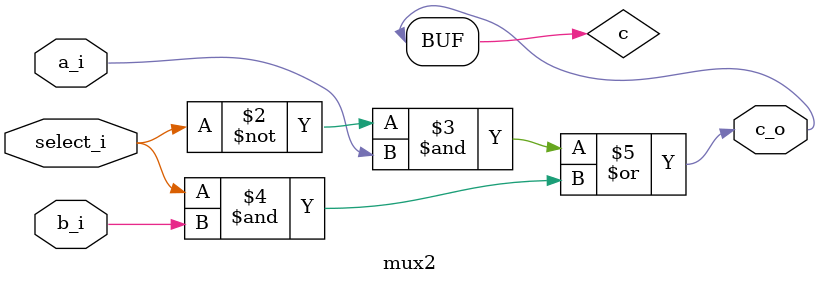
<source format=sv>
module mux2
  (input [0:0] a_i
  ,input [0:0] b_i
  ,input [0:0] select_i
  ,output [0:0] c_o);

   // Implement a Two-Input Multiplexer (mux2). You must use behavioral verilog.
   // 
   // Your code here:
   logic c;
   always_comb begin
   	c = (~select_i & a_i)|(select_i & b_i);
   end
   assign c_o = c;
endmodule

</source>
